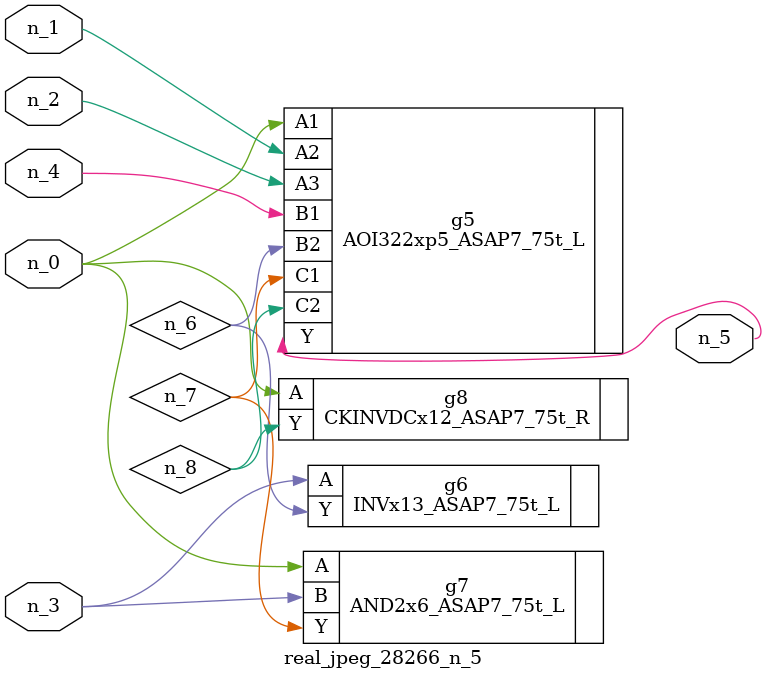
<source format=v>
module real_jpeg_28266_n_5 (n_4, n_0, n_1, n_2, n_3, n_5);

input n_4;
input n_0;
input n_1;
input n_2;
input n_3;

output n_5;

wire n_8;
wire n_6;
wire n_7;

AOI322xp5_ASAP7_75t_L g5 ( 
.A1(n_0),
.A2(n_1),
.A3(n_2),
.B1(n_4),
.B2(n_6),
.C1(n_7),
.C2(n_8),
.Y(n_5)
);

AND2x6_ASAP7_75t_L g7 ( 
.A(n_0),
.B(n_3),
.Y(n_7)
);

CKINVDCx12_ASAP7_75t_R g8 ( 
.A(n_0),
.Y(n_8)
);

INVx13_ASAP7_75t_L g6 ( 
.A(n_3),
.Y(n_6)
);


endmodule
</source>
